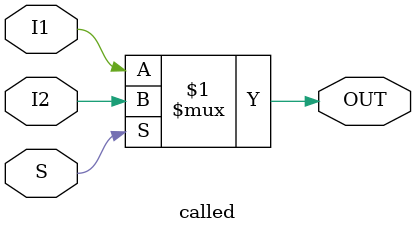
<source format=v>
`timescale 1ns / 1ps


module mux(
    I1,I2,I3,I4,S1,S2,OUT
    );
    input I1,I2,I3,I4,S1,S2;
    output OUT;
    called U1(I1,I2,S1,T1);
    called U2(I3,I4,S1,T2);
    called U3(T1,T2,S2,OUT);
endmodule

module called(
    I1,I2,S,OUT
    );
    input I1,I2,S;
    output OUT;
    assign OUT = (S)?I2:I1;
endmodule
</source>
